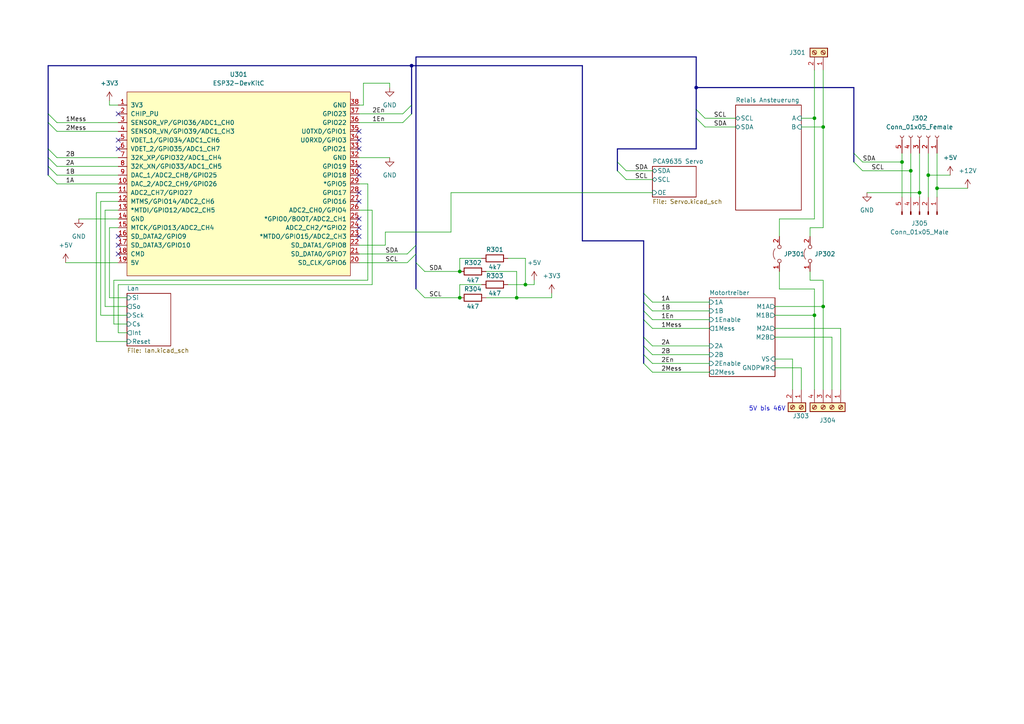
<source format=kicad_sch>
(kicad_sch (version 20211123) (generator eeschema)
  (paper "A4")
  (title_block (title "ESP32 Relaiskarte") (date "2022-03-20") (rev "REV") (company "makerspace Bocholt") (comment 1 "+ optionale Servo Ansteuerung") (comment 2 "+ optionale Lan Karte") (comment 4 "Frank Tobergte"))
  (lib_symbols
    (symbol "Connector:Conn_01x05_Female" (pin_names (offset 1.016) hide)
      (property "Reference" "J" (at 0 7.62 0))
      (property "Value" "Conn_01x05_Female" (at 0 -7.62 0))
      (symbol "Conn_01x05_Female_1_1"
        (arc (start 0 -4.572) (mid -0.508 -5.08) (end 0 -5.588) (stroke (width 0.1524)))
        (arc (start 0 -2.032) (mid -0.508 -2.54) (end 0 -3.048) (stroke (width 0.1524)))
        (polyline (pts (xy -1.27 -5.08) (xy -0.508 -5.08)) (stroke (width 0.1524)))
        (polyline (pts (xy -1.27 -2.54) (xy -0.508 -2.54)) (stroke (width 0.1524)))
        (polyline (pts (xy -1.27 0) (xy -0.508 0)) (stroke (width 0.1524)))
        (polyline (pts (xy -1.27 2.54) (xy -0.508 2.54)) (stroke (width 0.1524)))
        (polyline (pts (xy -1.27 5.08) (xy -0.508 5.08)) (stroke (width 0.1524)))
        (arc (start 0 0.508) (mid -0.508 0) (end 0 -0.508) (stroke (width 0.1524)))
        (arc (start 0 3.048) (mid -0.508 2.54) (end 0 2.032) (stroke (width 0.1524)))
        (arc (start 0 5.588) (mid -0.508 5.08) (end 0 4.572) (stroke (width 0.1524)))
        (pin passive line (at -5.08 5.08 0) (length 3.81) (name "Pin_1") (number "1"))
        (pin passive line (at -5.08 2.54 0) (length 3.81) (name "Pin_2") (number "2"))
        (pin passive line (at -5.08 0 0) (length 3.81) (name "Pin_3") (number "3"))
        (pin passive line (at -5.08 -2.54 0) (length 3.81) (name "Pin_4") (number "4"))
        (pin passive line (at -5.08 -5.08 0) (length 3.81) (name "Pin_5") (number "5"))
      )
    )
    (symbol "Connector:Conn_01x05_Male" (pin_names (offset 1.016) hide)
      (property "Reference" "J" (at 0 7.62 0))
      (property "Value" "Conn_01x05_Male" (at 0 -7.62 0))
      (symbol "Conn_01x05_Male_1_1"
        (polyline (pts (xy 1.27 -5.08) (xy 0.8636 -5.08)) (stroke (width 0.1524)))
        (polyline (pts (xy 1.27 -2.54) (xy 0.8636 -2.54)) (stroke (width 0.1524)))
        (polyline (pts (xy 1.27 0) (xy 0.8636 0)) (stroke (width 0.1524)))
        (polyline (pts (xy 1.27 2.54) (xy 0.8636 2.54)) (stroke (width 0.1524)))
        (polyline (pts (xy 1.27 5.08) (xy 0.8636 5.08)) (stroke (width 0.1524)))
        (rectangle (start 0.8636 -4.953) (end 0 -5.207) (stroke (width 0.1524)) (fill (type outline)))
        (rectangle (start 0.8636 -2.413) (end 0 -2.667) (stroke (width 0.1524)) (fill (type outline)))
        (rectangle (start 0.8636 0.127) (end 0 -0.127) (stroke (width 0.1524)) (fill (type outline)))
        (rectangle (start 0.8636 2.667) (end 0 2.413) (stroke (width 0.1524)) (fill (type outline)))
        (rectangle (start 0.8636 5.207) (end 0 4.953) (stroke (width 0.1524)) (fill (type outline)))
        (pin passive line (at 5.08 5.08 180) (length 3.81) (name "Pin_1") (number "1"))
        (pin passive line (at 5.08 2.54 180) (length 3.81) (name "Pin_2") (number "2"))
        (pin passive line (at 5.08 0 180) (length 3.81) (name "Pin_3") (number "3"))
        (pin passive line (at 5.08 -2.54 180) (length 3.81) (name "Pin_4") (number "4"))
        (pin passive line (at 5.08 -5.08 180) (length 3.81) (name "Pin_5") (number "5"))
      )
    )
    (symbol "Connector:Screw_Terminal_01x02" (pin_names (offset 1.016) hide)
      (property "Reference" "J" (at 0 2.54 0))
      (property "Value" "Screw_Terminal_01x02" (at 0 -5.08 0))
      (symbol "Screw_Terminal_01x02_1_1"
        (rectangle (start -1.27 1.27) (end 1.27 -3.81) (stroke (width 0.254)) (fill (type background)))
        (circle (center 0 -2.54) (radius 0.635) (stroke (width 0.1524)))
        (polyline (pts (xy -0.5334 -2.2098) (xy 0.3302 -3.048)) (stroke (width 0.1524)))
        (polyline (pts (xy -0.5334 0.3302) (xy 0.3302 -0.508)) (stroke (width 0.1524)))
        (polyline (pts (xy -0.3556 -2.032) (xy 0.508 -2.8702)) (stroke (width 0.1524)))
        (polyline (pts (xy -0.3556 0.508) (xy 0.508 -0.3302)) (stroke (width 0.1524)))
        (circle (center 0 0) (radius 0.635) (stroke (width 0.1524)))
        (pin passive line (at -5.08 0 0) (length 3.81) (name "Pin_1") (number "1"))
        (pin passive line (at -5.08 -2.54 0) (length 3.81) (name "Pin_2") (number "2"))
      )
    )
    (symbol "Connector:Screw_Terminal_01x04" (pin_names (offset 1.016) hide)
      (property "Reference" "J" (at 0 5.08 0))
      (property "Value" "Screw_Terminal_01x04" (at 0 -7.62 0))
      (symbol "Screw_Terminal_01x04_1_1"
        (rectangle (start -1.27 3.81) (end 1.27 -6.35) (stroke (width 0.254)) (fill (type background)))
        (circle (center 0 -5.08) (radius 0.635) (stroke (width 0.1524)))
        (circle (center 0 -2.54) (radius 0.635) (stroke (width 0.1524)))
        (polyline (pts (xy -0.5334 -4.7498) (xy 0.3302 -5.588)) (stroke (width 0.1524)))
        (polyline (pts (xy -0.5334 -2.2098) (xy 0.3302 -3.048)) (stroke (width 0.1524)))
        (polyline (pts (xy -0.5334 0.3302) (xy 0.3302 -0.508)) (stroke (width 0.1524)))
        (polyline (pts (xy -0.5334 2.8702) (xy 0.3302 2.032)) (stroke (width 0.1524)))
        (polyline (pts (xy -0.3556 -4.572) (xy 0.508 -5.4102)) (stroke (width 0.1524)))
        (polyline (pts (xy -0.3556 -2.032) (xy 0.508 -2.8702)) (stroke (width 0.1524)))
        (polyline (pts (xy -0.3556 0.508) (xy 0.508 -0.3302)) (stroke (width 0.1524)))
        (polyline (pts (xy -0.3556 3.048) (xy 0.508 2.2098)) (stroke (width 0.1524)))
        (circle (center 0 0) (radius 0.635) (stroke (width 0.1524)))
        (circle (center 0 2.54) (radius 0.635) (stroke (width 0.1524)))
        (pin passive line (at -5.08 2.54 0) (length 3.81) (name "Pin_1") (number "1"))
        (pin passive line (at -5.08 0 0) (length 3.81) (name "Pin_2") (number "2"))
        (pin passive line (at -5.08 -2.54 0) (length 3.81) (name "Pin_3") (number "3"))
        (pin passive line (at -5.08 -5.08 0) (length 3.81) (name "Pin_4") (number "4"))
      )
    )
    (symbol "Device:R" (pin_numbers hide) (pin_names (offset 0))
      (property "Reference" "R" (at 2.032 0 90))
      (property "Value" "R" (at 0 0 90))
      (symbol "R_0_1"
        (rectangle (start -1.016 -2.54) (end 1.016 2.54) (stroke (width 0.254)))
      )
      (symbol "R_1_1"
        (pin passive line (at 0 3.81 270) (length 1.27) (name "~") (number "1"))
        (pin passive line (at 0 -3.81 90) (length 1.27) (name "~") (number "2"))
      )
    )
    (symbol "Espressif:ESP32-DevKitC" (pin_names (offset 1.016))
      (property "Reference" "U" (at -8.89 26.67 0))
      (property "Value" "ESP32-DevKitC" (at 0 -29.21 0))
      (symbol "ESP32-DevKitC_0_0"
        (pin power_in line (at -33.02 -11.43 0) (length 2.54) (name "GND") (number "14"))
        (pin power_in line (at -33.02 -24.13 0) (length 2.54) (name "5V") (number "19"))
      )
      (symbol "ESP32-DevKitC_0_1"
        (rectangle (start -30.48 25.4) (end 34.29 -27.94) (fill (type background)))
      )
      (symbol "ESP32-DevKitC_1_1"
        (pin power_in line (at -33.02 21.59 0) (length 2.54) (name "3V3") (number "1"))
        (pin bidirectional line (at -33.02 -1.27 0) (length 2.54) (name "DAC_2/ADC2_CH9/GPIO26") (number "10"))
        (pin bidirectional line (at -33.02 -3.81 0) (length 2.54) (name "ADC2_CH7/GPIO27") (number "11"))
        (pin bidirectional line (at -33.02 -6.35 0) (length 2.54) (name "MTMS/GPIO14/ADC2_CH6") (number "12"))
        (pin bidirectional line (at -33.02 -8.89 0) (length 2.54) (name "*MTDI/GPIO12/ADC2_CH5") (number "13"))
        (pin bidirectional line (at -33.02 -13.97 0) (length 2.54) (name "MTCK/GPIO13/ADC2_CH4") (number "15"))
        (pin bidirectional line (at -33.02 -16.51 0) (length 2.54) (name "SD_DATA2/GPIO9") (number "16"))
        (pin bidirectional line (at -33.02 -19.05 0) (length 2.54) (name "SD_DATA3/GPIO10") (number "17"))
        (pin bidirectional line (at -33.02 -21.59 0) (length 2.54) (name "CMD") (number "18"))
        (pin input line (at -33.02 19.05 0) (length 2.54) (name "CHIP_PU") (number "2"))
        (pin bidirectional line (at 36.83 -24.13 180) (length 2.54) (name "SD_CLK/GPIO6") (number "20"))
        (pin bidirectional line (at 36.83 -21.59 180) (length 2.54) (name "SD_DATA0/GPIO7") (number "21"))
        (pin bidirectional line (at 36.83 -19.05 180) (length 2.54) (name "SD_DATA1/GPIO8") (number "22"))
        (pin bidirectional line (at 36.83 -16.51 180) (length 2.54) (name "*MTDO/GPIO15/ADC2_CH3") (number "23"))
        (pin bidirectional line (at 36.83 -13.97 180) (length 2.54) (name "ADC2_CH2/*GPIO2") (number "24"))
        (pin bidirectional line (at 36.83 -11.43 180) (length 2.54) (name "*GPIO0/BOOT/ADC2_CH1") (number "25"))
        (pin bidirectional line (at 36.83 -8.89 180) (length 2.54) (name "ADC2_CH0/GPIO4") (number "26"))
        (pin bidirectional line (at 36.83 -6.35 180) (length 2.54) (name "GPIO16") (number "27"))
        (pin bidirectional line (at 36.83 -3.81 180) (length 2.54) (name "GPIO17") (number "28"))
        (pin bidirectional line (at 36.83 -1.27 180) (length 2.54) (name "*GPIO5") (number "29"))
        (pin input line (at -33.02 16.51 0) (length 2.54) (name "SENSOR_VP/GPIO36/ADC1_CH0") (number "3"))
        (pin bidirectional line (at 36.83 1.27 180) (length 2.54) (name "GPIO18") (number "30"))
        (pin bidirectional line (at 36.83 3.81 180) (length 2.54) (name "GPIO19") (number "31"))
        (pin power_in line (at 36.83 6.35 180) (length 2.54) (name "GND") (number "32"))
        (pin bidirectional line (at 36.83 8.89 180) (length 2.54) (name "GPIO21") (number "33"))
        (pin bidirectional line (at 36.83 11.43 180) (length 2.54) (name "U0RXD/GPIO3") (number "34"))
        (pin bidirectional line (at 36.83 13.97 180) (length 2.54) (name "U0TXD/GPIO1") (number "35"))
        (pin bidirectional line (at 36.83 16.51 180) (length 2.54) (name "GPIO22") (number "36"))
        (pin bidirectional line (at 36.83 19.05 180) (length 2.54) (name "GPIO23") (number "37"))
        (pin power_in line (at 36.83 21.59 180) (length 2.54) (name "GND") (number "38"))
        (pin input line (at -33.02 13.97 0) (length 2.54) (name "SENSOR_VN/GPIO39/ADC1_CH3") (number "4"))
        (pin input line (at -33.02 11.43 0) (length 2.54) (name "VDET_1/GPIO34/ADC1_CH6") (number "5"))
        (pin input line (at -33.02 8.89 0) (length 2.54) (name "VDET_2/GPIO35/ADC1_CH7") (number "6"))
        (pin bidirectional line (at -33.02 6.35 0) (length 2.54) (name "32K_XP/GPIO32/ADC1_CH4") (number "7"))
        (pin bidirectional line (at -33.02 3.81 0) (length 2.54) (name "32K_XN/GPIO33/ADC1_CH5") (number "8"))
        (pin bidirectional line (at -33.02 1.27 0) (length 2.54) (name "DAC_1/ADC2_CH8/GPIO25") (number "9"))
      )
    )
    (symbol "Jumper:Jumper_2_Open" (pin_names (offset 0) hide)
      (property "Reference" "JP" (at 0 2.794 0))
      (property "Value" "Jumper_2_Open" (at 0 -2.286 0))
      (symbol "Jumper_2_Open_0_0"
        (circle (center -2.032 0) (radius 0.508))
        (circle (center 2.032 0) (radius 0.508))
      )
      (symbol "Jumper_2_Open_0_1"
        (arc (start 1.524 1.27) (mid 0 1.778) (end -1.524 1.27))
      )
      (symbol "Jumper_2_Open_1_1"
        (pin passive line (at -5.08 0 0) (length 2.54) (name "A") (number "1"))
        (pin passive line (at 5.08 0 180) (length 2.54) (name "B") (number "2"))
      )
    )
    (symbol "power:+12V" (power) (pin_names (offset 0))
      (property "Value" "+12V" (at 0 3.556 0))
      (symbol "+12V_0_1"
        (polyline (pts (xy -0.762 1.27) (xy 0 2.54)))
        (polyline (pts (xy 0 0) (xy 0 2.54)))
        (polyline (pts (xy 0 2.54) (xy 0.762 1.27)))
      )
      (symbol "+12V_1_1"
        (pin power_in line (at 0 0 90) (length 0) hide (name "+12V") (number "1"))
      )
    )
    (symbol "power:+3.3V" (power) (pin_names (offset 0))
      (property "Value" "+3.3V" (at 0 3.556 0))
      (symbol "+3.3V_0_1"
        (polyline (pts (xy -0.762 1.27) (xy 0 2.54)))
        (polyline (pts (xy 0 0) (xy 0 2.54)))
        (polyline (pts (xy 0 2.54) (xy 0.762 1.27)))
      )
      (symbol "+3.3V_1_1"
        (pin power_in line (at 0 0 90) (length 0) hide (name "+3V3") (number "1"))
      )
    )
    (symbol "power:+5V" (power) (pin_names (offset 0))
      (property "Value" "+5V" (at 0 3.556 0))
      (symbol "+5V_0_1"
        (polyline (pts (xy -0.762 1.27) (xy 0 2.54)))
        (polyline (pts (xy 0 0) (xy 0 2.54)))
        (polyline (pts (xy 0 2.54) (xy 0.762 1.27)))
      )
      (symbol "+5V_1_1"
        (pin power_in line (at 0 0 90) (length 0) hide (name "+5V") (number "1"))
      )
    )
    (symbol "power:GND" (power) (pin_names (offset 0))
      (property "Value" "GND" (at 0 -3.81 0))
      (symbol "GND_0_1"
        (polyline (pts (xy 0 0) (xy 0 -1.27) (xy 1.27 -1.27) (xy 0 -2.54) (xy -1.27 -1.27) (xy 0 -1.27)))
      )
      (symbol "GND_1_1"
        (pin power_in line (at 0 0 270) (length 0) hide (name "GND") (number "1"))
      )
    )
  )
  (junction (at 238.76 88.9))
  (junction (at 264.16 49.53))
  (junction (at 238.76 36.83))
  (junction (at 271.78 54.61))
  (junction (at 236.22 91.44))
  (junction (at 119.38 19.05))
  (junction (at 149.86 86.36))
  (junction (at 266.7 55.88))
  (junction (at 201.93 25.4))
  (junction (at 261.62 46.99))
  (junction (at 133.35 78.74))
  (junction (at 236.22 34.29))
  (junction (at 152.4 82.55))
  (junction (at 269.24 50.8))
  (junction (at 133.35 86.36))
  (no_connect (at 104.14 38.1))
  (no_connect (at 104.14 40.64))
  (no_connect (at 104.14 43.18))
  (no_connect (at 104.14 48.26))
  (no_connect (at 104.14 68.58))
  (no_connect (at 104.14 66.04))
  (no_connect (at 34.29 33.02))
  (no_connect (at 34.29 73.66))
  (no_connect (at 34.29 71.12))
  (no_connect (at 34.29 68.58))
  (no_connect (at 104.14 50.8))
  (no_connect (at 104.14 55.88))
  (no_connect (at 104.14 58.42))
  (no_connect (at 104.14 63.5))
  (no_connect (at 34.29 43.18))
  (no_connect (at 34.29 40.64))
  (bus_entry (at 118.11 73.66) (size 2.54 -2.54))
  (bus_entry (at 118.11 76.2) (size 2.54 -2.54))
  (bus_entry (at 120.65 83.82) (size 2.54 2.54))
  (bus_entry (at 120.65 76.2) (size 2.54 2.54))
  (bus_entry (at 201.93 34.29) (size 2.54 2.54))
  (bus_entry (at 179.07 49.53) (size 2.54 2.54))
  (bus_entry (at 179.07 46.99) (size 2.54 2.54))
  (bus_entry (at 13.97 33.02) (size 2.54 2.54))
  (bus_entry (at 13.97 50.8) (size 2.54 2.54))
  (bus_entry (at 201.93 31.75) (size 2.54 2.54))
  (bus_entry (at 16.51 38.1) (size -2.54 -2.54))
  (bus_entry (at 16.51 45.72) (size -2.54 -2.54))
  (bus_entry (at 16.51 48.26) (size -2.54 -2.54))
  (bus_entry (at 16.51 50.8) (size -2.54 -2.54))
  (bus_entry (at 186.69 97.79) (size 2.54 2.54))
  (bus_entry (at 186.69 100.33) (size 2.54 2.54))
  (bus_entry (at 186.69 102.87) (size 2.54 2.54))
  (bus_entry (at 189.23 107.95) (size -2.54 -2.54))
  (bus_entry (at 186.69 85.09) (size 2.54 2.54))
  (bus_entry (at 186.69 87.63) (size 2.54 2.54))
  (bus_entry (at 186.69 90.17) (size 2.54 2.54))
  (bus_entry (at 186.69 92.71) (size 2.54 2.54))
  (bus_entry (at 116.84 35.56) (size 2.54 -2.54))
  (bus_entry (at 116.84 33.02) (size 2.54 -2.54))
  (bus_entry (at 247.65 46.99) (size 2.54 2.54))
  (bus_entry (at 247.65 44.45) (size 2.54 2.54))
  (wire (pts (xy 236.22 20.32) (xy 236.22 34.29)))
  (wire (pts (xy 104.14 35.56) (xy 116.84 35.56)))
  (wire (pts (xy 232.41 113.03) (xy 232.41 106.68)))
  (wire (pts (xy 34.29 82.55) (xy 34.29 96.52)))
  (wire (pts (xy 105.41 30.48) (xy 104.14 30.48)))
  (bus (pts (xy 186.69 97.79) (xy 186.69 100.33)))
  (bus (pts (xy 168.91 69.85) (xy 168.91 19.05)))
  (wire (pts (xy 36.83 86.36) (xy 31.75 86.36)))
  (wire (pts (xy 36.83 91.44) (xy 29.21 91.44)))
  (wire (pts (xy 269.24 44.45) (xy 269.24 50.8)))
  (bus (pts (xy 120.65 73.66) (xy 120.65 76.2)))
  (bus (pts (xy 13.97 35.56) (xy 13.97 43.18)))
  (bus (pts (xy 179.07 46.99) (xy 179.07 49.53)))
  (wire (pts (xy 123.19 78.74) (xy 133.35 78.74)))
  (wire (pts (xy 152.4 82.55) (xy 154.94 82.55)))
  (wire (pts (xy 133.35 86.36) (xy 133.35 82.55)))
  (wire (pts (xy 224.79 97.79) (xy 241.3 97.79)))
  (bus (pts (xy 201.93 25.4) (xy 247.65 25.4)))
  (bus (pts (xy 13.97 43.18) (xy 13.97 45.72)))
  (wire (pts (xy 181.61 52.07) (xy 189.23 52.07)))
  (bus (pts (xy 186.69 102.87) (xy 186.69 105.41)))
  (bus (pts (xy 119.38 30.48) (xy 119.38 33.02)))
  (wire (pts (xy 238.76 81.28) (xy 238.76 88.9)))
  (wire (pts (xy 133.35 74.93) (xy 139.7 74.93)))
  (wire (pts (xy 31.75 66.04) (xy 34.29 66.04)))
  (wire (pts (xy 27.94 55.88) (xy 34.29 55.88)))
  (wire (pts (xy 30.48 60.96) (xy 30.48 88.9)))
  (wire (pts (xy 238.76 88.9) (xy 238.76 113.03)))
  (wire (pts (xy 113.03 24.13) (xy 113.03 25.4)))
  (wire (pts (xy 236.22 83.82) (xy 236.22 91.44)))
  (bus (pts (xy 179.07 43.18) (xy 179.07 46.99)))
  (wire (pts (xy 31.75 66.04) (xy 31.75 86.36)))
  (bus (pts (xy 13.97 33.02) (xy 13.97 35.56)))
  (bus (pts (xy 120.65 76.2) (xy 120.65 83.82)))
  (wire (pts (xy 264.16 49.53) (xy 264.16 57.15)))
  (wire (pts (xy 133.35 78.74) (xy 133.35 74.93)))
  (wire (pts (xy 130.81 67.31) (xy 130.81 55.88)))
  (wire (pts (xy 189.23 92.71) (xy 205.74 92.71)))
  (wire (pts (xy 189.23 90.17) (xy 205.74 90.17)))
  (wire (pts (xy 104.14 71.12) (xy 111.76 71.12)))
  (wire (pts (xy 104.14 45.72) (xy 113.03 45.72)))
  (wire (pts (xy 149.86 86.36) (xy 160.02 86.36)))
  (wire (pts (xy 104.14 60.96) (xy 107.95 60.96)))
  (wire (pts (xy 111.76 67.31) (xy 130.81 67.31)))
  (wire (pts (xy 133.35 82.55) (xy 139.7 82.55)))
  (wire (pts (xy 16.51 53.34) (xy 34.29 53.34)))
  (bus (pts (xy 168.91 19.05) (xy 119.38 19.05)))
  (wire (pts (xy 224.79 88.9) (xy 238.76 88.9)))
  (wire (pts (xy 31.75 29.21) (xy 31.75 30.48)))
  (wire (pts (xy 261.62 46.99) (xy 261.62 57.15)))
  (wire (pts (xy 30.48 60.96) (xy 34.29 60.96)))
  (wire (pts (xy 236.22 91.44) (xy 236.22 113.03)))
  (wire (pts (xy 226.06 78.74) (xy 226.06 83.82)))
  (wire (pts (xy 16.51 50.8) (xy 34.29 50.8)))
  (wire (pts (xy 130.81 55.88) (xy 189.23 55.88)))
  (bus (pts (xy 186.69 100.33) (xy 186.69 102.87)))
  (wire (pts (xy 154.94 81.28) (xy 154.94 82.55)))
  (wire (pts (xy 250.19 49.53) (xy 264.16 49.53)))
  (wire (pts (xy 189.23 102.87) (xy 205.74 102.87)))
  (wire (pts (xy 19.05 76.2) (xy 34.29 76.2)))
  (wire (pts (xy 229.87 113.03) (xy 229.87 104.14)))
  (wire (pts (xy 111.76 71.12) (xy 111.76 67.31)))
  (bus (pts (xy 120.65 71.12) (xy 120.65 73.66)))
  (bus (pts (xy 247.65 25.4) (xy 247.65 44.45)))
  (wire (pts (xy 105.41 24.13) (xy 105.41 30.48)))
  (wire (pts (xy 271.78 54.61) (xy 280.67 54.61)))
  (wire (pts (xy 251.46 55.88) (xy 266.7 55.88)))
  (wire (pts (xy 224.79 95.25) (xy 243.84 95.25)))
  (bus (pts (xy 186.69 69.85) (xy 168.91 69.85)))
  (wire (pts (xy 238.76 20.32) (xy 238.76 36.83)))
  (wire (pts (xy 33.02 93.98) (xy 36.83 93.98)))
  (wire (pts (xy 271.78 44.45) (xy 271.78 54.61)))
  (wire (pts (xy 152.4 82.55) (xy 152.4 74.93)))
  (wire (pts (xy 104.14 53.34) (xy 106.68 53.34)))
  (wire (pts (xy 189.23 100.33) (xy 205.74 100.33)))
  (wire (pts (xy 266.7 55.88) (xy 266.7 57.15)))
  (wire (pts (xy 232.41 36.83) (xy 238.76 36.83)))
  (wire (pts (xy 33.02 81.28) (xy 33.02 93.98)))
  (bus (pts (xy 247.65 44.45) (xy 247.65 46.99)))
  (wire (pts (xy 31.75 30.48) (xy 34.29 30.48)))
  (wire (pts (xy 234.95 78.74) (xy 234.95 81.28)))
  (wire (pts (xy 189.23 107.95) (xy 205.74 107.95)))
  (wire (pts (xy 105.41 24.13) (xy 113.03 24.13)))
  (bus (pts (xy 201.93 34.29) (xy 201.93 43.18)))
  (bus (pts (xy 119.38 19.05) (xy 119.38 30.48)))
  (wire (pts (xy 29.21 58.42) (xy 34.29 58.42)))
  (wire (pts (xy 234.95 66.04) (xy 234.95 68.58)))
  (bus (pts (xy 119.38 19.05) (xy 13.97 19.05)))
  (bus (pts (xy 120.65 16.51) (xy 120.65 71.12)))
  (wire (pts (xy 269.24 50.8) (xy 269.24 57.15)))
  (wire (pts (xy 264.16 44.45) (xy 264.16 49.53)))
  (wire (pts (xy 238.76 36.83) (xy 238.76 66.04)))
  (wire (pts (xy 189.23 95.25) (xy 205.74 95.25)))
  (bus (pts (xy 186.69 87.63) (xy 186.69 90.17)))
  (wire (pts (xy 36.83 99.06) (xy 27.94 99.06)))
  (wire (pts (xy 107.95 82.55) (xy 34.29 82.55)))
  (wire (pts (xy 269.24 50.8) (xy 275.59 50.8)))
  (wire (pts (xy 266.7 44.45) (xy 266.7 55.88)))
  (wire (pts (xy 271.78 54.61) (xy 271.78 57.15)))
  (wire (pts (xy 16.51 35.56) (xy 34.29 35.56)))
  (wire (pts (xy 261.62 44.45) (xy 261.62 46.99)))
  (bus (pts (xy 13.97 45.72) (xy 13.97 48.26)))
  (bus (pts (xy 201.93 43.18) (xy 179.07 43.18)))
  (wire (pts (xy 204.47 36.83) (xy 213.36 36.83)))
  (wire (pts (xy 250.19 46.99) (xy 261.62 46.99)))
  (wire (pts (xy 34.29 96.52) (xy 36.83 96.52)))
  (wire (pts (xy 16.51 48.26) (xy 34.29 48.26)))
  (wire (pts (xy 147.32 74.93) (xy 152.4 74.93)))
  (bus (pts (xy 13.97 48.26) (xy 13.97 50.8)))
  (wire (pts (xy 104.14 76.2) (xy 118.11 76.2)))
  (wire (pts (xy 104.14 73.66) (xy 118.11 73.66)))
  (wire (pts (xy 229.87 104.14) (xy 224.79 104.14)))
  (bus (pts (xy 120.65 16.51) (xy 201.93 16.51)))
  (wire (pts (xy 181.61 49.53) (xy 189.23 49.53)))
  (bus (pts (xy 13.97 19.05) (xy 13.97 33.02)))
  (wire (pts (xy 27.94 99.06) (xy 27.94 55.88)))
  (wire (pts (xy 226.06 83.82) (xy 236.22 83.82)))
  (wire (pts (xy 189.23 105.41) (xy 205.74 105.41)))
  (wire (pts (xy 29.21 91.44) (xy 29.21 58.42)))
  (wire (pts (xy 226.06 63.5) (xy 226.06 68.58)))
  (wire (pts (xy 232.41 106.68) (xy 224.79 106.68)))
  (wire (pts (xy 238.76 66.04) (xy 234.95 66.04)))
  (wire (pts (xy 234.95 81.28) (xy 238.76 81.28)))
  (wire (pts (xy 232.41 34.29) (xy 236.22 34.29)))
  (bus (pts (xy 186.69 85.09) (xy 186.69 87.63)))
  (wire (pts (xy 140.97 86.36) (xy 149.86 86.36)))
  (wire (pts (xy 104.14 33.02) (xy 116.84 33.02)))
  (wire (pts (xy 16.51 45.72) (xy 34.29 45.72)))
  (bus (pts (xy 201.93 25.4) (xy 201.93 31.75)))
  (bus (pts (xy 186.69 90.17) (xy 186.69 92.71)))
  (wire (pts (xy 149.86 78.74) (xy 149.86 86.36)))
  (bus (pts (xy 201.93 16.51) (xy 201.93 25.4)))
  (wire (pts (xy 224.79 91.44) (xy 236.22 91.44)))
  (wire (pts (xy 123.19 86.36) (xy 133.35 86.36)))
  (wire (pts (xy 36.83 88.9) (xy 30.48 88.9)))
  (wire (pts (xy 241.3 97.79) (xy 241.3 113.03)))
  (bus (pts (xy 186.69 92.71) (xy 186.69 97.79)))
  (wire (pts (xy 16.51 38.1) (xy 34.29 38.1)))
  (wire (pts (xy 160.02 85.09) (xy 160.02 86.36)))
  (wire (pts (xy 22.86 63.5) (xy 34.29 63.5)))
  (wire (pts (xy 189.23 87.63) (xy 205.74 87.63)))
  (wire (pts (xy 140.97 78.74) (xy 149.86 78.74)))
  (bus (pts (xy 186.69 69.85) (xy 186.69 85.09)))
  (wire (pts (xy 243.84 95.25) (xy 243.84 113.03)))
  (wire (pts (xy 107.95 60.96) (xy 107.95 82.55)))
  (wire (pts (xy 236.22 34.29) (xy 236.22 63.5)))
  (wire (pts (xy 106.68 53.34) (xy 106.68 81.28)))
  (wire (pts (xy 106.68 81.28) (xy 33.02 81.28)))
  (wire (pts (xy 147.32 82.55) (xy 152.4 82.55)))
  (wire (pts (xy 204.47 34.29) (xy 213.36 34.29)))
  (wire (pts (xy 236.22 63.5) (xy 226.06 63.5)))
  (bus (pts (xy 201.93 34.29) (xy 201.93 31.75)))
  (text "5V bis 46V" (at 217.17 119.38 0) (effects (font (size 1.27 1.27)) (justify left bottom)))
  (label "2A" (at 19.05 48.26 0))
  (label "1A" (at 19.05 53.34 0))
  (label "SDA" (at 111.76 73.66 0))
  (label "SDA" (at 207.01 36.83 0))
  (label "2Mess" (at 19.05 38.1 0))
  (label "SCL" (at 184.15 52.07 0))
  (label "1B" (at 19.05 50.8 0))
  (label "SDA" (at 184.15 49.53 0))
  (label "2A" (at 191.77 100.33 0))
  (label "1En" (at 107.95 35.56 0))
  (label "SCL" (at 124.46 86.36 0))
  (label "2Mess" (at 191.77 107.95 0))
  (label "2B" (at 191.77 102.87 0))
  (label "1Mess" (at 19.05 35.56 0))
  (label "2B" (at 19.05 45.72 0))
  (label "2En" (at 107.95 33.02 0))
  (label "2En" (at 191.77 105.41 0))
  (label "SDA" (at 124.46 78.74 0))
  (label "1Mess" (at 191.77 95.25 0))
  (label "1En" (at 191.77 92.71 0))
  (label "SCL" (at 111.76 76.2 0))
  (label "SDA" (at 250.19 46.99 0))
  (label "1A" (at 191.77 87.63 0))
  (label "SCL" (at 252.73 49.53 0))
  (label "1B" (at 191.77 90.17 0))
  (label "SCL" (at 207.01 34.29 0))
  (symbol (lib_id "Device:R") (at 137.16 78.74 90) (unit 1)
    (property "Reference" "R302" (at 137.16 76.2 90))
    (property "Value" "4k7" (at 137.16 81.28 90))
    (property "Footprint" "Resistor_THT:R_Axial_DIN0207_L6.3mm_D2.5mm_P2.54mm_Vertical" (effects hide))
  )
  (symbol (lib_id "power:GND") (at 113.03 25.4 0) (unit 1)
    (property "Reference" "#PWR0107" (effects hide))
    (property "Value" "GND" (at 113.03 30.48 0))
  )
  (symbol (lib_id "Connector:Screw_Terminal_01x04") (at 241.3 118.11 270) (unit 1)
    (property "Reference" "J304" (at 240.03 121.92 90))
    (property "Value" "Screw_Terminal_01x04" (effects hide))
    (property "Footprint" "TerminalBlock_Phoenix:TerminalBlock_Phoenix_MKDS-1,5-4-5.08_1x04_P5.08mm_Horizontal" (effects hide))
  )
  (symbol (lib_id "Device:R") (at 143.51 82.55 90) (unit 1)
    (property "Reference" "R303" (at 143.51 80.01 90))
    (property "Value" "4k7" (at 143.51 85.09 90))
    (property "Footprint" "Resistor_THT:R_Axial_DIN0207_L6.3mm_D2.5mm_P2.54mm_Vertical" (effects hide))
  )
  (symbol (lib_id "Device:R") (at 137.16 86.36 90) (unit 1)
    (property "Reference" "R304" (at 137.16 83.82 90))
    (property "Value" "4k7" (at 137.16 88.9 90))
    (property "Footprint" "Resistor_THT:R_Axial_DIN0207_L6.3mm_D2.5mm_P2.54mm_Vertical" (effects hide))
  )
  (symbol (lib_id "power:GND") (at 251.46 55.88 0) (unit 1)
    (property "Reference" "#PWR0302" (effects hide))
    (property "Value" "GND" (at 251.46 60.96 0))
  )
  (symbol (lib_id "Connector:Screw_Terminal_01x02") (at 232.41 118.11 270) (unit 1)
    (property "Reference" "J303" (at 229.87 120.65 90) (effects (justify left)))
    (property "Value" "Screw_Terminal_01x02" (effects hide))
    (property "Footprint" "TerminalBlock_Phoenix:TerminalBlock_Phoenix_MKDS-1,5-2-5.08_1x02_P5.08mm_Horizontal" (effects hide))
  )
  (symbol (lib_id "power:+3.3V") (at 160.02 85.09 0) (unit 1)
    (property "Reference" "#PWR0306" (effects hide))
    (property "Value" "+3.3V" (at 160.02 80.01 0))
  )
  (symbol (lib_id "Espressif:ESP32-DevKitC") (at 67.31 52.07 0) (unit 1)
    (property "Reference" "U301" (at 69.215 21.59 0))
    (property "Value" "ESP32-DevKitC" (at 69.215 24.13 0))
    (property "Footprint" "Espressif:ESP32-DevKitC" (effects hide))
    (property "Datasheet" "https://docs.espressif.com/projects/esp-idf/zh_CN/latest/esp32/hw-reference/esp32/get-started-devkitc.html" (effects hide))
  )
  (symbol (lib_id "Jumper:Jumper_2_Open") (at 234.95 73.66 90) (unit 1)
    (property "Reference" "JP302" (at 236.22 73.6599 90) (effects (justify right)))
    (property "Value" "Jumper_2_Open" (effects hide))
    (property "Footprint" "Resistor_THT:R_Axial_DIN0207_L6.3mm_D2.5mm_P10.16mm_Horizontal" (effects hide))
  )
  (symbol (lib_id "Jumper:Jumper_2_Open") (at 226.06 73.66 90) (unit 1)
    (property "Reference" "JP301" (at 227.33 73.6599 90) (effects (justify right)))
    (property "Value" "Jumper_2_Open" (effects hide))
    (property "Footprint" "Resistor_THT:R_Axial_DIN0207_L6.3mm_D2.5mm_P10.16mm_Horizontal" (effects hide))
  )
  (symbol (lib_id "power:+12V") (at 280.67 54.61 0) (unit 1)
    (property "Reference" "#PWR0304" (effects hide))
    (property "Value" "+12V" (at 280.67 49.53 0))
  )
  (symbol (lib_id "power:GND") (at 113.03 45.72 0) (unit 1)
    (property "Reference" "#PWR0106" (effects hide))
    (property "Value" "GND" (at 113.03 50.8 0))
  )
  (symbol (lib_id "power:+5V") (at 19.05 76.2 0) (unit 1)
    (property "Reference" "#PWR0103" (effects hide))
    (property "Value" "+5V" (at 19.05 71.12 0))
  )
  (symbol (lib_id "Connector:Screw_Terminal_01x02") (at 238.76 15.24 270) (mirror x) (unit 1)
    (property "Reference" "J301" (at 233.68 15.2399 90) (effects (justify right)))
    (property "Value" "Screw_Terminal_01x02" (effects hide))
    (property "Footprint" "TerminalBlock_Phoenix:TerminalBlock_Phoenix_MKDS-1,5-2-5.08_1x02_P5.08mm_Horizontal" (effects hide))
  )
  (symbol (lib_id "Connector:Conn_01x05_Male") (at 266.7 62.23 270) (mirror x) (unit 1)
    (property "Reference" "J305" (at 266.7 64.77 90))
    (property "Value" "Conn_01x05_Male" (at 266.7 67.31 90))
    (property "Footprint" "Connector_PinHeader_2.54mm:PinHeader_1x05_P2.54mm_Horizontal" (effects hide))
  )
  (symbol (lib_id "power:GND") (at 22.86 63.5 0) (unit 1)
    (property "Reference" "#PWR0105" (effects hide))
    (property "Value" "GND" (at 22.86 68.58 0))
  )
  (symbol (lib_id "power:+5V") (at 154.94 81.28 0) (unit 1)
    (property "Reference" "#PWR0305" (effects hide))
    (property "Value" "+5V" (at 154.94 76.2 0))
  )
  (symbol (lib_id "power:+5V") (at 275.59 50.8 0) (unit 1)
    (property "Reference" "#PWR0303" (effects hide))
    (property "Value" "+5V" (at 275.59 45.72 0))
  )
  (symbol (lib_id "Connector:Conn_01x05_Female") (at 266.7 39.37 270) (mirror x) (unit 1)
    (property "Reference" "J302" (at 266.7 34.29 90))
    (property "Value" "Conn_01x05_Female" (at 266.7 36.83 90))
    (property "Footprint" "Connector_PinSocket_2.54mm:PinSocket_1x05_P2.54mm_Horizontal" (effects hide))
  )
  (symbol (lib_id "power:+3.3V") (at 31.75 29.21 0) (unit 1)
    (property "Reference" "#PWR0301" (effects hide))
    (property "Value" "+3.3V" (at 31.75 24.13 0))
  )
  (symbol (lib_id "Device:R") (at 143.51 74.93 90) (unit 1)
    (property "Reference" "R301" (at 143.51 72.39 90))
    (property "Value" "4k7" (at 143.51 77.47 90))
    (property "Footprint" "Resistor_THT:R_Axial_DIN0207_L6.3mm_D2.5mm_P2.54mm_Vertical" (effects hide))
  )
  (sheet (at 205.74 86.36) (size 19.05 22.86) (stroke (width 0.1524))
    (property "Sheet name" "Motortreiber" (at 205.74 85.6484 0) (effects (justify left bottom)))
    (property "Sheet file" "motortreiber.kicad_sch" (effects hide))
    (pin "M1B" output (at 224.79 91.44 0))
    (pin "M1A" output (at 224.79 88.9 0))
    (pin "M2B" output (at 224.79 97.79 0))
    (pin "M2A" output (at 224.79 95.25 0))
    (pin "1Enable" input (at 205.74 92.71 180))
    (pin "1B" input (at 205.74 90.17 180))
    (pin "1A" input (at 205.74 87.63 180))
    (pin "2Enable" input (at 205.74 105.41 180))
    (pin "2A" input (at 205.74 100.33 180))
    (pin "2B" input (at 205.74 102.87 180))
    (pin "2Mess" output (at 205.74 107.95 180))
    (pin "1Mess" output (at 205.74 95.25 180))
    (pin "VS" input (at 224.79 104.14 0))
    (pin "GNDPWR" input (at 224.79 106.68 0))
  )
  (sheet (at 189.23 48.26) (size 12.7 8.89) (stroke (width 0.1524))
    (property "Sheet name" "PCA9635 Servo" (at 189.23 47.5484 0) (effects (justify left bottom)))
    (property "Sheet file" "Servo.kicad_sch" (at 189.23 57.7346 0) (effects (justify left top)))
    (pin "OE" input (at 189.23 55.88 180))
    (pin "SDA" bidirectional (at 189.23 49.53 180))
    (pin "SCL" bidirectional (at 189.23 52.07 180))
  )
  (sheet (at 36.83 85.09) (size 12.7 15.24) (stroke (width 0.1524))
    (property "Sheet name" "Lan" (at 36.83 84.3784 0) (effects (justify left bottom)))
    (property "Sheet file" "lan.kicad_sch" (at 36.83 100.9146 0) (effects (justify left top)))
    (pin "Si" input (at 36.83 86.36 180))
    (pin "So" output (at 36.83 88.9 180))
    (pin "Sck" input (at 36.83 91.44 180))
    (pin "Cs" input (at 36.83 93.98 180))
    (pin "Int" output (at 36.83 96.52 180))
    (pin "Reset" input (at 36.83 99.06 180))
  )
  (sheet (at 213.36 30.48) (size 19.05 30.48) (stroke (width 0.1524))
    (property "Sheet name" "Relais Ansteuerung" (at 213.36 29.7684 0) (effects (justify left bottom)))
    (property "Sheet file" "RelaisAnsteuerung.kicad_sch" (effects hide))
    (pin "SDA" bidirectional (at 213.36 36.83 180))
    (pin "A" input (at 232.41 34.29 0))
    (pin "B" input (at 232.41 36.83 0))
    (pin "SCL" bidirectional (at 213.36 34.29 180))
  )
)
</source>
